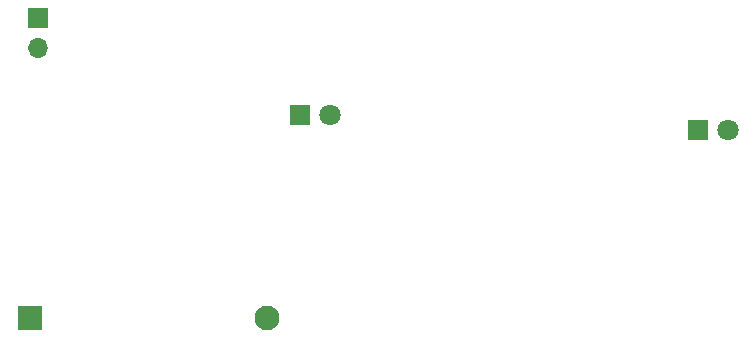
<source format=gbr>
%TF.GenerationSoftware,KiCad,Pcbnew,5.1.6-c6e7f7d~87~ubuntu19.10.1*%
%TF.CreationDate,2020-12-09T03:37:03-08:00*%
%TF.ProjectId,robocrob,726f626f-6372-46f6-922e-6b696361645f,rev?*%
%TF.SameCoordinates,Original*%
%TF.FileFunction,Copper,L1,Top*%
%TF.FilePolarity,Positive*%
%FSLAX46Y46*%
G04 Gerber Fmt 4.6, Leading zero omitted, Abs format (unit mm)*
G04 Created by KiCad (PCBNEW 5.1.6-c6e7f7d~87~ubuntu19.10.1) date 2020-12-09 03:37:03*
%MOMM*%
%LPD*%
G01*
G04 APERTURE LIST*
%TA.AperFunction,ComponentPad*%
%ADD10C,2.100000*%
%TD*%
%TA.AperFunction,ComponentPad*%
%ADD11R,2.100000X2.100000*%
%TD*%
%TA.AperFunction,ComponentPad*%
%ADD12O,1.700000X1.700000*%
%TD*%
%TA.AperFunction,ComponentPad*%
%ADD13R,1.700000X1.700000*%
%TD*%
%TA.AperFunction,ComponentPad*%
%ADD14C,1.800000*%
%TD*%
%TA.AperFunction,ComponentPad*%
%ADD15R,1.800000X1.800000*%
%TD*%
G04 APERTURE END LIST*
D10*
%TO.P,BT1,2*%
%TO.N,GND*%
X38415000Y-53975000D03*
D11*
%TO.P,BT1,1*%
%TO.N,Net-(BT1-Pad1)*%
X18415000Y-53975000D03*
%TD*%
D12*
%TO.P,J1,2*%
%TO.N,Net-(DLEFT1-Pad2)*%
X19050000Y-31115000D03*
D13*
%TO.P,J1,1*%
%TO.N,GND*%
X19050000Y-28575000D03*
%TD*%
D14*
%TO.P,DRIGHT1,2*%
%TO.N,Net-(DLEFT1-Pad2)*%
X77470000Y-38100000D03*
D15*
%TO.P,DRIGHT1,1*%
%TO.N,Net-(DLEFT1-Pad1)*%
X74930000Y-38100000D03*
%TD*%
D14*
%TO.P,DLEFT1,2*%
%TO.N,Net-(DLEFT1-Pad2)*%
X43815000Y-36830000D03*
D15*
%TO.P,DLEFT1,1*%
%TO.N,Net-(DLEFT1-Pad1)*%
X41275000Y-36830000D03*
%TD*%
M02*

</source>
